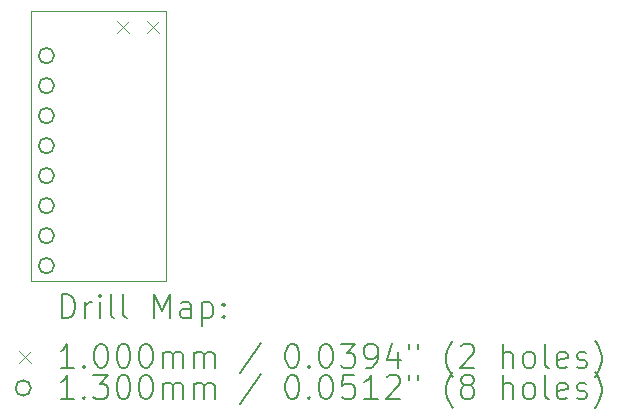
<source format=gbr>
%TF.GenerationSoftware,KiCad,Pcbnew,7.0.7-7.0.7~ubuntu22.04.1*%
%TF.CreationDate,2024-01-20T09:28:16-05:00*%
%TF.ProjectId,das_blinkenlights_v2,6461735f-626c-4696-9e6b-656e6c696768,rev?*%
%TF.SameCoordinates,Original*%
%TF.FileFunction,Drillmap*%
%TF.FilePolarity,Positive*%
%FSLAX45Y45*%
G04 Gerber Fmt 4.5, Leading zero omitted, Abs format (unit mm)*
G04 Created by KiCad (PCBNEW 7.0.7-7.0.7~ubuntu22.04.1) date 2024-01-20 09:28:16*
%MOMM*%
%LPD*%
G01*
G04 APERTURE LIST*
%ADD10C,0.100000*%
%ADD11C,0.200000*%
%ADD12C,0.130000*%
G04 APERTURE END LIST*
D10*
X12827000Y-9525000D02*
X13970000Y-9525000D01*
X12827000Y-11811000D02*
X12827000Y-9525000D01*
X13970000Y-11811000D02*
X12827000Y-11811000D01*
X13970000Y-9525000D02*
X13970000Y-11811000D01*
D11*
D10*
X13551700Y-9614700D02*
X13651700Y-9714700D01*
X13651700Y-9614700D02*
X13551700Y-9714700D01*
X13805700Y-9614700D02*
X13905700Y-9714700D01*
X13905700Y-9614700D02*
X13805700Y-9714700D01*
D12*
X13019000Y-9906000D02*
G75*
G03*
X13019000Y-9906000I-65000J0D01*
G01*
X13019000Y-10160000D02*
G75*
G03*
X13019000Y-10160000I-65000J0D01*
G01*
X13019000Y-10414000D02*
G75*
G03*
X13019000Y-10414000I-65000J0D01*
G01*
X13019000Y-10668000D02*
G75*
G03*
X13019000Y-10668000I-65000J0D01*
G01*
X13019000Y-10922000D02*
G75*
G03*
X13019000Y-10922000I-65000J0D01*
G01*
X13019000Y-11176000D02*
G75*
G03*
X13019000Y-11176000I-65000J0D01*
G01*
X13019000Y-11430000D02*
G75*
G03*
X13019000Y-11430000I-65000J0D01*
G01*
X13019000Y-11684000D02*
G75*
G03*
X13019000Y-11684000I-65000J0D01*
G01*
D11*
X13082777Y-12127484D02*
X13082777Y-11927484D01*
X13082777Y-11927484D02*
X13130396Y-11927484D01*
X13130396Y-11927484D02*
X13158967Y-11937008D01*
X13158967Y-11937008D02*
X13178015Y-11956055D01*
X13178015Y-11956055D02*
X13187539Y-11975103D01*
X13187539Y-11975103D02*
X13197062Y-12013198D01*
X13197062Y-12013198D02*
X13197062Y-12041769D01*
X13197062Y-12041769D02*
X13187539Y-12079865D01*
X13187539Y-12079865D02*
X13178015Y-12098912D01*
X13178015Y-12098912D02*
X13158967Y-12117960D01*
X13158967Y-12117960D02*
X13130396Y-12127484D01*
X13130396Y-12127484D02*
X13082777Y-12127484D01*
X13282777Y-12127484D02*
X13282777Y-11994150D01*
X13282777Y-12032246D02*
X13292301Y-12013198D01*
X13292301Y-12013198D02*
X13301824Y-12003674D01*
X13301824Y-12003674D02*
X13320872Y-11994150D01*
X13320872Y-11994150D02*
X13339920Y-11994150D01*
X13406586Y-12127484D02*
X13406586Y-11994150D01*
X13406586Y-11927484D02*
X13397062Y-11937008D01*
X13397062Y-11937008D02*
X13406586Y-11946531D01*
X13406586Y-11946531D02*
X13416110Y-11937008D01*
X13416110Y-11937008D02*
X13406586Y-11927484D01*
X13406586Y-11927484D02*
X13406586Y-11946531D01*
X13530396Y-12127484D02*
X13511348Y-12117960D01*
X13511348Y-12117960D02*
X13501824Y-12098912D01*
X13501824Y-12098912D02*
X13501824Y-11927484D01*
X13635158Y-12127484D02*
X13616110Y-12117960D01*
X13616110Y-12117960D02*
X13606586Y-12098912D01*
X13606586Y-12098912D02*
X13606586Y-11927484D01*
X13863729Y-12127484D02*
X13863729Y-11927484D01*
X13863729Y-11927484D02*
X13930396Y-12070341D01*
X13930396Y-12070341D02*
X13997062Y-11927484D01*
X13997062Y-11927484D02*
X13997062Y-12127484D01*
X14178015Y-12127484D02*
X14178015Y-12022722D01*
X14178015Y-12022722D02*
X14168491Y-12003674D01*
X14168491Y-12003674D02*
X14149443Y-11994150D01*
X14149443Y-11994150D02*
X14111348Y-11994150D01*
X14111348Y-11994150D02*
X14092301Y-12003674D01*
X14178015Y-12117960D02*
X14158967Y-12127484D01*
X14158967Y-12127484D02*
X14111348Y-12127484D01*
X14111348Y-12127484D02*
X14092301Y-12117960D01*
X14092301Y-12117960D02*
X14082777Y-12098912D01*
X14082777Y-12098912D02*
X14082777Y-12079865D01*
X14082777Y-12079865D02*
X14092301Y-12060817D01*
X14092301Y-12060817D02*
X14111348Y-12051293D01*
X14111348Y-12051293D02*
X14158967Y-12051293D01*
X14158967Y-12051293D02*
X14178015Y-12041769D01*
X14273253Y-11994150D02*
X14273253Y-12194150D01*
X14273253Y-12003674D02*
X14292301Y-11994150D01*
X14292301Y-11994150D02*
X14330396Y-11994150D01*
X14330396Y-11994150D02*
X14349443Y-12003674D01*
X14349443Y-12003674D02*
X14358967Y-12013198D01*
X14358967Y-12013198D02*
X14368491Y-12032246D01*
X14368491Y-12032246D02*
X14368491Y-12089388D01*
X14368491Y-12089388D02*
X14358967Y-12108436D01*
X14358967Y-12108436D02*
X14349443Y-12117960D01*
X14349443Y-12117960D02*
X14330396Y-12127484D01*
X14330396Y-12127484D02*
X14292301Y-12127484D01*
X14292301Y-12127484D02*
X14273253Y-12117960D01*
X14454205Y-12108436D02*
X14463729Y-12117960D01*
X14463729Y-12117960D02*
X14454205Y-12127484D01*
X14454205Y-12127484D02*
X14444682Y-12117960D01*
X14444682Y-12117960D02*
X14454205Y-12108436D01*
X14454205Y-12108436D02*
X14454205Y-12127484D01*
X14454205Y-12003674D02*
X14463729Y-12013198D01*
X14463729Y-12013198D02*
X14454205Y-12022722D01*
X14454205Y-12022722D02*
X14444682Y-12013198D01*
X14444682Y-12013198D02*
X14454205Y-12003674D01*
X14454205Y-12003674D02*
X14454205Y-12022722D01*
D10*
X12722000Y-12406000D02*
X12822000Y-12506000D01*
X12822000Y-12406000D02*
X12722000Y-12506000D01*
D11*
X13187539Y-12547484D02*
X13073253Y-12547484D01*
X13130396Y-12547484D02*
X13130396Y-12347484D01*
X13130396Y-12347484D02*
X13111348Y-12376055D01*
X13111348Y-12376055D02*
X13092301Y-12395103D01*
X13092301Y-12395103D02*
X13073253Y-12404627D01*
X13273253Y-12528436D02*
X13282777Y-12537960D01*
X13282777Y-12537960D02*
X13273253Y-12547484D01*
X13273253Y-12547484D02*
X13263729Y-12537960D01*
X13263729Y-12537960D02*
X13273253Y-12528436D01*
X13273253Y-12528436D02*
X13273253Y-12547484D01*
X13406586Y-12347484D02*
X13425634Y-12347484D01*
X13425634Y-12347484D02*
X13444682Y-12357008D01*
X13444682Y-12357008D02*
X13454205Y-12366531D01*
X13454205Y-12366531D02*
X13463729Y-12385579D01*
X13463729Y-12385579D02*
X13473253Y-12423674D01*
X13473253Y-12423674D02*
X13473253Y-12471293D01*
X13473253Y-12471293D02*
X13463729Y-12509388D01*
X13463729Y-12509388D02*
X13454205Y-12528436D01*
X13454205Y-12528436D02*
X13444682Y-12537960D01*
X13444682Y-12537960D02*
X13425634Y-12547484D01*
X13425634Y-12547484D02*
X13406586Y-12547484D01*
X13406586Y-12547484D02*
X13387539Y-12537960D01*
X13387539Y-12537960D02*
X13378015Y-12528436D01*
X13378015Y-12528436D02*
X13368491Y-12509388D01*
X13368491Y-12509388D02*
X13358967Y-12471293D01*
X13358967Y-12471293D02*
X13358967Y-12423674D01*
X13358967Y-12423674D02*
X13368491Y-12385579D01*
X13368491Y-12385579D02*
X13378015Y-12366531D01*
X13378015Y-12366531D02*
X13387539Y-12357008D01*
X13387539Y-12357008D02*
X13406586Y-12347484D01*
X13597062Y-12347484D02*
X13616110Y-12347484D01*
X13616110Y-12347484D02*
X13635158Y-12357008D01*
X13635158Y-12357008D02*
X13644682Y-12366531D01*
X13644682Y-12366531D02*
X13654205Y-12385579D01*
X13654205Y-12385579D02*
X13663729Y-12423674D01*
X13663729Y-12423674D02*
X13663729Y-12471293D01*
X13663729Y-12471293D02*
X13654205Y-12509388D01*
X13654205Y-12509388D02*
X13644682Y-12528436D01*
X13644682Y-12528436D02*
X13635158Y-12537960D01*
X13635158Y-12537960D02*
X13616110Y-12547484D01*
X13616110Y-12547484D02*
X13597062Y-12547484D01*
X13597062Y-12547484D02*
X13578015Y-12537960D01*
X13578015Y-12537960D02*
X13568491Y-12528436D01*
X13568491Y-12528436D02*
X13558967Y-12509388D01*
X13558967Y-12509388D02*
X13549443Y-12471293D01*
X13549443Y-12471293D02*
X13549443Y-12423674D01*
X13549443Y-12423674D02*
X13558967Y-12385579D01*
X13558967Y-12385579D02*
X13568491Y-12366531D01*
X13568491Y-12366531D02*
X13578015Y-12357008D01*
X13578015Y-12357008D02*
X13597062Y-12347484D01*
X13787539Y-12347484D02*
X13806586Y-12347484D01*
X13806586Y-12347484D02*
X13825634Y-12357008D01*
X13825634Y-12357008D02*
X13835158Y-12366531D01*
X13835158Y-12366531D02*
X13844682Y-12385579D01*
X13844682Y-12385579D02*
X13854205Y-12423674D01*
X13854205Y-12423674D02*
X13854205Y-12471293D01*
X13854205Y-12471293D02*
X13844682Y-12509388D01*
X13844682Y-12509388D02*
X13835158Y-12528436D01*
X13835158Y-12528436D02*
X13825634Y-12537960D01*
X13825634Y-12537960D02*
X13806586Y-12547484D01*
X13806586Y-12547484D02*
X13787539Y-12547484D01*
X13787539Y-12547484D02*
X13768491Y-12537960D01*
X13768491Y-12537960D02*
X13758967Y-12528436D01*
X13758967Y-12528436D02*
X13749443Y-12509388D01*
X13749443Y-12509388D02*
X13739920Y-12471293D01*
X13739920Y-12471293D02*
X13739920Y-12423674D01*
X13739920Y-12423674D02*
X13749443Y-12385579D01*
X13749443Y-12385579D02*
X13758967Y-12366531D01*
X13758967Y-12366531D02*
X13768491Y-12357008D01*
X13768491Y-12357008D02*
X13787539Y-12347484D01*
X13939920Y-12547484D02*
X13939920Y-12414150D01*
X13939920Y-12433198D02*
X13949443Y-12423674D01*
X13949443Y-12423674D02*
X13968491Y-12414150D01*
X13968491Y-12414150D02*
X13997063Y-12414150D01*
X13997063Y-12414150D02*
X14016110Y-12423674D01*
X14016110Y-12423674D02*
X14025634Y-12442722D01*
X14025634Y-12442722D02*
X14025634Y-12547484D01*
X14025634Y-12442722D02*
X14035158Y-12423674D01*
X14035158Y-12423674D02*
X14054205Y-12414150D01*
X14054205Y-12414150D02*
X14082777Y-12414150D01*
X14082777Y-12414150D02*
X14101824Y-12423674D01*
X14101824Y-12423674D02*
X14111348Y-12442722D01*
X14111348Y-12442722D02*
X14111348Y-12547484D01*
X14206586Y-12547484D02*
X14206586Y-12414150D01*
X14206586Y-12433198D02*
X14216110Y-12423674D01*
X14216110Y-12423674D02*
X14235158Y-12414150D01*
X14235158Y-12414150D02*
X14263729Y-12414150D01*
X14263729Y-12414150D02*
X14282777Y-12423674D01*
X14282777Y-12423674D02*
X14292301Y-12442722D01*
X14292301Y-12442722D02*
X14292301Y-12547484D01*
X14292301Y-12442722D02*
X14301824Y-12423674D01*
X14301824Y-12423674D02*
X14320872Y-12414150D01*
X14320872Y-12414150D02*
X14349443Y-12414150D01*
X14349443Y-12414150D02*
X14368491Y-12423674D01*
X14368491Y-12423674D02*
X14378015Y-12442722D01*
X14378015Y-12442722D02*
X14378015Y-12547484D01*
X14768491Y-12337960D02*
X14597063Y-12595103D01*
X15025634Y-12347484D02*
X15044682Y-12347484D01*
X15044682Y-12347484D02*
X15063729Y-12357008D01*
X15063729Y-12357008D02*
X15073253Y-12366531D01*
X15073253Y-12366531D02*
X15082777Y-12385579D01*
X15082777Y-12385579D02*
X15092301Y-12423674D01*
X15092301Y-12423674D02*
X15092301Y-12471293D01*
X15092301Y-12471293D02*
X15082777Y-12509388D01*
X15082777Y-12509388D02*
X15073253Y-12528436D01*
X15073253Y-12528436D02*
X15063729Y-12537960D01*
X15063729Y-12537960D02*
X15044682Y-12547484D01*
X15044682Y-12547484D02*
X15025634Y-12547484D01*
X15025634Y-12547484D02*
X15006586Y-12537960D01*
X15006586Y-12537960D02*
X14997063Y-12528436D01*
X14997063Y-12528436D02*
X14987539Y-12509388D01*
X14987539Y-12509388D02*
X14978015Y-12471293D01*
X14978015Y-12471293D02*
X14978015Y-12423674D01*
X14978015Y-12423674D02*
X14987539Y-12385579D01*
X14987539Y-12385579D02*
X14997063Y-12366531D01*
X14997063Y-12366531D02*
X15006586Y-12357008D01*
X15006586Y-12357008D02*
X15025634Y-12347484D01*
X15178015Y-12528436D02*
X15187539Y-12537960D01*
X15187539Y-12537960D02*
X15178015Y-12547484D01*
X15178015Y-12547484D02*
X15168491Y-12537960D01*
X15168491Y-12537960D02*
X15178015Y-12528436D01*
X15178015Y-12528436D02*
X15178015Y-12547484D01*
X15311348Y-12347484D02*
X15330396Y-12347484D01*
X15330396Y-12347484D02*
X15349444Y-12357008D01*
X15349444Y-12357008D02*
X15358967Y-12366531D01*
X15358967Y-12366531D02*
X15368491Y-12385579D01*
X15368491Y-12385579D02*
X15378015Y-12423674D01*
X15378015Y-12423674D02*
X15378015Y-12471293D01*
X15378015Y-12471293D02*
X15368491Y-12509388D01*
X15368491Y-12509388D02*
X15358967Y-12528436D01*
X15358967Y-12528436D02*
X15349444Y-12537960D01*
X15349444Y-12537960D02*
X15330396Y-12547484D01*
X15330396Y-12547484D02*
X15311348Y-12547484D01*
X15311348Y-12547484D02*
X15292301Y-12537960D01*
X15292301Y-12537960D02*
X15282777Y-12528436D01*
X15282777Y-12528436D02*
X15273253Y-12509388D01*
X15273253Y-12509388D02*
X15263729Y-12471293D01*
X15263729Y-12471293D02*
X15263729Y-12423674D01*
X15263729Y-12423674D02*
X15273253Y-12385579D01*
X15273253Y-12385579D02*
X15282777Y-12366531D01*
X15282777Y-12366531D02*
X15292301Y-12357008D01*
X15292301Y-12357008D02*
X15311348Y-12347484D01*
X15444682Y-12347484D02*
X15568491Y-12347484D01*
X15568491Y-12347484D02*
X15501825Y-12423674D01*
X15501825Y-12423674D02*
X15530396Y-12423674D01*
X15530396Y-12423674D02*
X15549444Y-12433198D01*
X15549444Y-12433198D02*
X15558967Y-12442722D01*
X15558967Y-12442722D02*
X15568491Y-12461769D01*
X15568491Y-12461769D02*
X15568491Y-12509388D01*
X15568491Y-12509388D02*
X15558967Y-12528436D01*
X15558967Y-12528436D02*
X15549444Y-12537960D01*
X15549444Y-12537960D02*
X15530396Y-12547484D01*
X15530396Y-12547484D02*
X15473253Y-12547484D01*
X15473253Y-12547484D02*
X15454206Y-12537960D01*
X15454206Y-12537960D02*
X15444682Y-12528436D01*
X15663729Y-12547484D02*
X15701825Y-12547484D01*
X15701825Y-12547484D02*
X15720872Y-12537960D01*
X15720872Y-12537960D02*
X15730396Y-12528436D01*
X15730396Y-12528436D02*
X15749444Y-12499865D01*
X15749444Y-12499865D02*
X15758967Y-12461769D01*
X15758967Y-12461769D02*
X15758967Y-12385579D01*
X15758967Y-12385579D02*
X15749444Y-12366531D01*
X15749444Y-12366531D02*
X15739920Y-12357008D01*
X15739920Y-12357008D02*
X15720872Y-12347484D01*
X15720872Y-12347484D02*
X15682777Y-12347484D01*
X15682777Y-12347484D02*
X15663729Y-12357008D01*
X15663729Y-12357008D02*
X15654206Y-12366531D01*
X15654206Y-12366531D02*
X15644682Y-12385579D01*
X15644682Y-12385579D02*
X15644682Y-12433198D01*
X15644682Y-12433198D02*
X15654206Y-12452246D01*
X15654206Y-12452246D02*
X15663729Y-12461769D01*
X15663729Y-12461769D02*
X15682777Y-12471293D01*
X15682777Y-12471293D02*
X15720872Y-12471293D01*
X15720872Y-12471293D02*
X15739920Y-12461769D01*
X15739920Y-12461769D02*
X15749444Y-12452246D01*
X15749444Y-12452246D02*
X15758967Y-12433198D01*
X15930396Y-12414150D02*
X15930396Y-12547484D01*
X15882777Y-12337960D02*
X15835158Y-12480817D01*
X15835158Y-12480817D02*
X15958967Y-12480817D01*
X16025634Y-12347484D02*
X16025634Y-12385579D01*
X16101825Y-12347484D02*
X16101825Y-12385579D01*
X16397063Y-12623674D02*
X16387539Y-12614150D01*
X16387539Y-12614150D02*
X16368491Y-12585579D01*
X16368491Y-12585579D02*
X16358968Y-12566531D01*
X16358968Y-12566531D02*
X16349444Y-12537960D01*
X16349444Y-12537960D02*
X16339920Y-12490341D01*
X16339920Y-12490341D02*
X16339920Y-12452246D01*
X16339920Y-12452246D02*
X16349444Y-12404627D01*
X16349444Y-12404627D02*
X16358968Y-12376055D01*
X16358968Y-12376055D02*
X16368491Y-12357008D01*
X16368491Y-12357008D02*
X16387539Y-12328436D01*
X16387539Y-12328436D02*
X16397063Y-12318912D01*
X16463729Y-12366531D02*
X16473253Y-12357008D01*
X16473253Y-12357008D02*
X16492301Y-12347484D01*
X16492301Y-12347484D02*
X16539920Y-12347484D01*
X16539920Y-12347484D02*
X16558968Y-12357008D01*
X16558968Y-12357008D02*
X16568491Y-12366531D01*
X16568491Y-12366531D02*
X16578015Y-12385579D01*
X16578015Y-12385579D02*
X16578015Y-12404627D01*
X16578015Y-12404627D02*
X16568491Y-12433198D01*
X16568491Y-12433198D02*
X16454206Y-12547484D01*
X16454206Y-12547484D02*
X16578015Y-12547484D01*
X16816111Y-12547484D02*
X16816111Y-12347484D01*
X16901825Y-12547484D02*
X16901825Y-12442722D01*
X16901825Y-12442722D02*
X16892301Y-12423674D01*
X16892301Y-12423674D02*
X16873253Y-12414150D01*
X16873253Y-12414150D02*
X16844682Y-12414150D01*
X16844682Y-12414150D02*
X16825634Y-12423674D01*
X16825634Y-12423674D02*
X16816111Y-12433198D01*
X17025634Y-12547484D02*
X17006587Y-12537960D01*
X17006587Y-12537960D02*
X16997063Y-12528436D01*
X16997063Y-12528436D02*
X16987539Y-12509388D01*
X16987539Y-12509388D02*
X16987539Y-12452246D01*
X16987539Y-12452246D02*
X16997063Y-12433198D01*
X16997063Y-12433198D02*
X17006587Y-12423674D01*
X17006587Y-12423674D02*
X17025634Y-12414150D01*
X17025634Y-12414150D02*
X17054206Y-12414150D01*
X17054206Y-12414150D02*
X17073253Y-12423674D01*
X17073253Y-12423674D02*
X17082777Y-12433198D01*
X17082777Y-12433198D02*
X17092301Y-12452246D01*
X17092301Y-12452246D02*
X17092301Y-12509388D01*
X17092301Y-12509388D02*
X17082777Y-12528436D01*
X17082777Y-12528436D02*
X17073253Y-12537960D01*
X17073253Y-12537960D02*
X17054206Y-12547484D01*
X17054206Y-12547484D02*
X17025634Y-12547484D01*
X17206587Y-12547484D02*
X17187539Y-12537960D01*
X17187539Y-12537960D02*
X17178015Y-12518912D01*
X17178015Y-12518912D02*
X17178015Y-12347484D01*
X17358968Y-12537960D02*
X17339920Y-12547484D01*
X17339920Y-12547484D02*
X17301825Y-12547484D01*
X17301825Y-12547484D02*
X17282777Y-12537960D01*
X17282777Y-12537960D02*
X17273253Y-12518912D01*
X17273253Y-12518912D02*
X17273253Y-12442722D01*
X17273253Y-12442722D02*
X17282777Y-12423674D01*
X17282777Y-12423674D02*
X17301825Y-12414150D01*
X17301825Y-12414150D02*
X17339920Y-12414150D01*
X17339920Y-12414150D02*
X17358968Y-12423674D01*
X17358968Y-12423674D02*
X17368492Y-12442722D01*
X17368492Y-12442722D02*
X17368492Y-12461769D01*
X17368492Y-12461769D02*
X17273253Y-12480817D01*
X17444682Y-12537960D02*
X17463730Y-12547484D01*
X17463730Y-12547484D02*
X17501825Y-12547484D01*
X17501825Y-12547484D02*
X17520873Y-12537960D01*
X17520873Y-12537960D02*
X17530396Y-12518912D01*
X17530396Y-12518912D02*
X17530396Y-12509388D01*
X17530396Y-12509388D02*
X17520873Y-12490341D01*
X17520873Y-12490341D02*
X17501825Y-12480817D01*
X17501825Y-12480817D02*
X17473253Y-12480817D01*
X17473253Y-12480817D02*
X17454206Y-12471293D01*
X17454206Y-12471293D02*
X17444682Y-12452246D01*
X17444682Y-12452246D02*
X17444682Y-12442722D01*
X17444682Y-12442722D02*
X17454206Y-12423674D01*
X17454206Y-12423674D02*
X17473253Y-12414150D01*
X17473253Y-12414150D02*
X17501825Y-12414150D01*
X17501825Y-12414150D02*
X17520873Y-12423674D01*
X17597063Y-12623674D02*
X17606587Y-12614150D01*
X17606587Y-12614150D02*
X17625634Y-12585579D01*
X17625634Y-12585579D02*
X17635158Y-12566531D01*
X17635158Y-12566531D02*
X17644682Y-12537960D01*
X17644682Y-12537960D02*
X17654206Y-12490341D01*
X17654206Y-12490341D02*
X17654206Y-12452246D01*
X17654206Y-12452246D02*
X17644682Y-12404627D01*
X17644682Y-12404627D02*
X17635158Y-12376055D01*
X17635158Y-12376055D02*
X17625634Y-12357008D01*
X17625634Y-12357008D02*
X17606587Y-12328436D01*
X17606587Y-12328436D02*
X17597063Y-12318912D01*
D12*
X12822000Y-12720000D02*
G75*
G03*
X12822000Y-12720000I-65000J0D01*
G01*
D11*
X13187539Y-12811484D02*
X13073253Y-12811484D01*
X13130396Y-12811484D02*
X13130396Y-12611484D01*
X13130396Y-12611484D02*
X13111348Y-12640055D01*
X13111348Y-12640055D02*
X13092301Y-12659103D01*
X13092301Y-12659103D02*
X13073253Y-12668627D01*
X13273253Y-12792436D02*
X13282777Y-12801960D01*
X13282777Y-12801960D02*
X13273253Y-12811484D01*
X13273253Y-12811484D02*
X13263729Y-12801960D01*
X13263729Y-12801960D02*
X13273253Y-12792436D01*
X13273253Y-12792436D02*
X13273253Y-12811484D01*
X13349443Y-12611484D02*
X13473253Y-12611484D01*
X13473253Y-12611484D02*
X13406586Y-12687674D01*
X13406586Y-12687674D02*
X13435158Y-12687674D01*
X13435158Y-12687674D02*
X13454205Y-12697198D01*
X13454205Y-12697198D02*
X13463729Y-12706722D01*
X13463729Y-12706722D02*
X13473253Y-12725769D01*
X13473253Y-12725769D02*
X13473253Y-12773388D01*
X13473253Y-12773388D02*
X13463729Y-12792436D01*
X13463729Y-12792436D02*
X13454205Y-12801960D01*
X13454205Y-12801960D02*
X13435158Y-12811484D01*
X13435158Y-12811484D02*
X13378015Y-12811484D01*
X13378015Y-12811484D02*
X13358967Y-12801960D01*
X13358967Y-12801960D02*
X13349443Y-12792436D01*
X13597062Y-12611484D02*
X13616110Y-12611484D01*
X13616110Y-12611484D02*
X13635158Y-12621008D01*
X13635158Y-12621008D02*
X13644682Y-12630531D01*
X13644682Y-12630531D02*
X13654205Y-12649579D01*
X13654205Y-12649579D02*
X13663729Y-12687674D01*
X13663729Y-12687674D02*
X13663729Y-12735293D01*
X13663729Y-12735293D02*
X13654205Y-12773388D01*
X13654205Y-12773388D02*
X13644682Y-12792436D01*
X13644682Y-12792436D02*
X13635158Y-12801960D01*
X13635158Y-12801960D02*
X13616110Y-12811484D01*
X13616110Y-12811484D02*
X13597062Y-12811484D01*
X13597062Y-12811484D02*
X13578015Y-12801960D01*
X13578015Y-12801960D02*
X13568491Y-12792436D01*
X13568491Y-12792436D02*
X13558967Y-12773388D01*
X13558967Y-12773388D02*
X13549443Y-12735293D01*
X13549443Y-12735293D02*
X13549443Y-12687674D01*
X13549443Y-12687674D02*
X13558967Y-12649579D01*
X13558967Y-12649579D02*
X13568491Y-12630531D01*
X13568491Y-12630531D02*
X13578015Y-12621008D01*
X13578015Y-12621008D02*
X13597062Y-12611484D01*
X13787539Y-12611484D02*
X13806586Y-12611484D01*
X13806586Y-12611484D02*
X13825634Y-12621008D01*
X13825634Y-12621008D02*
X13835158Y-12630531D01*
X13835158Y-12630531D02*
X13844682Y-12649579D01*
X13844682Y-12649579D02*
X13854205Y-12687674D01*
X13854205Y-12687674D02*
X13854205Y-12735293D01*
X13854205Y-12735293D02*
X13844682Y-12773388D01*
X13844682Y-12773388D02*
X13835158Y-12792436D01*
X13835158Y-12792436D02*
X13825634Y-12801960D01*
X13825634Y-12801960D02*
X13806586Y-12811484D01*
X13806586Y-12811484D02*
X13787539Y-12811484D01*
X13787539Y-12811484D02*
X13768491Y-12801960D01*
X13768491Y-12801960D02*
X13758967Y-12792436D01*
X13758967Y-12792436D02*
X13749443Y-12773388D01*
X13749443Y-12773388D02*
X13739920Y-12735293D01*
X13739920Y-12735293D02*
X13739920Y-12687674D01*
X13739920Y-12687674D02*
X13749443Y-12649579D01*
X13749443Y-12649579D02*
X13758967Y-12630531D01*
X13758967Y-12630531D02*
X13768491Y-12621008D01*
X13768491Y-12621008D02*
X13787539Y-12611484D01*
X13939920Y-12811484D02*
X13939920Y-12678150D01*
X13939920Y-12697198D02*
X13949443Y-12687674D01*
X13949443Y-12687674D02*
X13968491Y-12678150D01*
X13968491Y-12678150D02*
X13997063Y-12678150D01*
X13997063Y-12678150D02*
X14016110Y-12687674D01*
X14016110Y-12687674D02*
X14025634Y-12706722D01*
X14025634Y-12706722D02*
X14025634Y-12811484D01*
X14025634Y-12706722D02*
X14035158Y-12687674D01*
X14035158Y-12687674D02*
X14054205Y-12678150D01*
X14054205Y-12678150D02*
X14082777Y-12678150D01*
X14082777Y-12678150D02*
X14101824Y-12687674D01*
X14101824Y-12687674D02*
X14111348Y-12706722D01*
X14111348Y-12706722D02*
X14111348Y-12811484D01*
X14206586Y-12811484D02*
X14206586Y-12678150D01*
X14206586Y-12697198D02*
X14216110Y-12687674D01*
X14216110Y-12687674D02*
X14235158Y-12678150D01*
X14235158Y-12678150D02*
X14263729Y-12678150D01*
X14263729Y-12678150D02*
X14282777Y-12687674D01*
X14282777Y-12687674D02*
X14292301Y-12706722D01*
X14292301Y-12706722D02*
X14292301Y-12811484D01*
X14292301Y-12706722D02*
X14301824Y-12687674D01*
X14301824Y-12687674D02*
X14320872Y-12678150D01*
X14320872Y-12678150D02*
X14349443Y-12678150D01*
X14349443Y-12678150D02*
X14368491Y-12687674D01*
X14368491Y-12687674D02*
X14378015Y-12706722D01*
X14378015Y-12706722D02*
X14378015Y-12811484D01*
X14768491Y-12601960D02*
X14597063Y-12859103D01*
X15025634Y-12611484D02*
X15044682Y-12611484D01*
X15044682Y-12611484D02*
X15063729Y-12621008D01*
X15063729Y-12621008D02*
X15073253Y-12630531D01*
X15073253Y-12630531D02*
X15082777Y-12649579D01*
X15082777Y-12649579D02*
X15092301Y-12687674D01*
X15092301Y-12687674D02*
X15092301Y-12735293D01*
X15092301Y-12735293D02*
X15082777Y-12773388D01*
X15082777Y-12773388D02*
X15073253Y-12792436D01*
X15073253Y-12792436D02*
X15063729Y-12801960D01*
X15063729Y-12801960D02*
X15044682Y-12811484D01*
X15044682Y-12811484D02*
X15025634Y-12811484D01*
X15025634Y-12811484D02*
X15006586Y-12801960D01*
X15006586Y-12801960D02*
X14997063Y-12792436D01*
X14997063Y-12792436D02*
X14987539Y-12773388D01*
X14987539Y-12773388D02*
X14978015Y-12735293D01*
X14978015Y-12735293D02*
X14978015Y-12687674D01*
X14978015Y-12687674D02*
X14987539Y-12649579D01*
X14987539Y-12649579D02*
X14997063Y-12630531D01*
X14997063Y-12630531D02*
X15006586Y-12621008D01*
X15006586Y-12621008D02*
X15025634Y-12611484D01*
X15178015Y-12792436D02*
X15187539Y-12801960D01*
X15187539Y-12801960D02*
X15178015Y-12811484D01*
X15178015Y-12811484D02*
X15168491Y-12801960D01*
X15168491Y-12801960D02*
X15178015Y-12792436D01*
X15178015Y-12792436D02*
X15178015Y-12811484D01*
X15311348Y-12611484D02*
X15330396Y-12611484D01*
X15330396Y-12611484D02*
X15349444Y-12621008D01*
X15349444Y-12621008D02*
X15358967Y-12630531D01*
X15358967Y-12630531D02*
X15368491Y-12649579D01*
X15368491Y-12649579D02*
X15378015Y-12687674D01*
X15378015Y-12687674D02*
X15378015Y-12735293D01*
X15378015Y-12735293D02*
X15368491Y-12773388D01*
X15368491Y-12773388D02*
X15358967Y-12792436D01*
X15358967Y-12792436D02*
X15349444Y-12801960D01*
X15349444Y-12801960D02*
X15330396Y-12811484D01*
X15330396Y-12811484D02*
X15311348Y-12811484D01*
X15311348Y-12811484D02*
X15292301Y-12801960D01*
X15292301Y-12801960D02*
X15282777Y-12792436D01*
X15282777Y-12792436D02*
X15273253Y-12773388D01*
X15273253Y-12773388D02*
X15263729Y-12735293D01*
X15263729Y-12735293D02*
X15263729Y-12687674D01*
X15263729Y-12687674D02*
X15273253Y-12649579D01*
X15273253Y-12649579D02*
X15282777Y-12630531D01*
X15282777Y-12630531D02*
X15292301Y-12621008D01*
X15292301Y-12621008D02*
X15311348Y-12611484D01*
X15558967Y-12611484D02*
X15463729Y-12611484D01*
X15463729Y-12611484D02*
X15454206Y-12706722D01*
X15454206Y-12706722D02*
X15463729Y-12697198D01*
X15463729Y-12697198D02*
X15482777Y-12687674D01*
X15482777Y-12687674D02*
X15530396Y-12687674D01*
X15530396Y-12687674D02*
X15549444Y-12697198D01*
X15549444Y-12697198D02*
X15558967Y-12706722D01*
X15558967Y-12706722D02*
X15568491Y-12725769D01*
X15568491Y-12725769D02*
X15568491Y-12773388D01*
X15568491Y-12773388D02*
X15558967Y-12792436D01*
X15558967Y-12792436D02*
X15549444Y-12801960D01*
X15549444Y-12801960D02*
X15530396Y-12811484D01*
X15530396Y-12811484D02*
X15482777Y-12811484D01*
X15482777Y-12811484D02*
X15463729Y-12801960D01*
X15463729Y-12801960D02*
X15454206Y-12792436D01*
X15758967Y-12811484D02*
X15644682Y-12811484D01*
X15701825Y-12811484D02*
X15701825Y-12611484D01*
X15701825Y-12611484D02*
X15682777Y-12640055D01*
X15682777Y-12640055D02*
X15663729Y-12659103D01*
X15663729Y-12659103D02*
X15644682Y-12668627D01*
X15835158Y-12630531D02*
X15844682Y-12621008D01*
X15844682Y-12621008D02*
X15863729Y-12611484D01*
X15863729Y-12611484D02*
X15911348Y-12611484D01*
X15911348Y-12611484D02*
X15930396Y-12621008D01*
X15930396Y-12621008D02*
X15939920Y-12630531D01*
X15939920Y-12630531D02*
X15949444Y-12649579D01*
X15949444Y-12649579D02*
X15949444Y-12668627D01*
X15949444Y-12668627D02*
X15939920Y-12697198D01*
X15939920Y-12697198D02*
X15825634Y-12811484D01*
X15825634Y-12811484D02*
X15949444Y-12811484D01*
X16025634Y-12611484D02*
X16025634Y-12649579D01*
X16101825Y-12611484D02*
X16101825Y-12649579D01*
X16397063Y-12887674D02*
X16387539Y-12878150D01*
X16387539Y-12878150D02*
X16368491Y-12849579D01*
X16368491Y-12849579D02*
X16358968Y-12830531D01*
X16358968Y-12830531D02*
X16349444Y-12801960D01*
X16349444Y-12801960D02*
X16339920Y-12754341D01*
X16339920Y-12754341D02*
X16339920Y-12716246D01*
X16339920Y-12716246D02*
X16349444Y-12668627D01*
X16349444Y-12668627D02*
X16358968Y-12640055D01*
X16358968Y-12640055D02*
X16368491Y-12621008D01*
X16368491Y-12621008D02*
X16387539Y-12592436D01*
X16387539Y-12592436D02*
X16397063Y-12582912D01*
X16501825Y-12697198D02*
X16482777Y-12687674D01*
X16482777Y-12687674D02*
X16473253Y-12678150D01*
X16473253Y-12678150D02*
X16463729Y-12659103D01*
X16463729Y-12659103D02*
X16463729Y-12649579D01*
X16463729Y-12649579D02*
X16473253Y-12630531D01*
X16473253Y-12630531D02*
X16482777Y-12621008D01*
X16482777Y-12621008D02*
X16501825Y-12611484D01*
X16501825Y-12611484D02*
X16539920Y-12611484D01*
X16539920Y-12611484D02*
X16558968Y-12621008D01*
X16558968Y-12621008D02*
X16568491Y-12630531D01*
X16568491Y-12630531D02*
X16578015Y-12649579D01*
X16578015Y-12649579D02*
X16578015Y-12659103D01*
X16578015Y-12659103D02*
X16568491Y-12678150D01*
X16568491Y-12678150D02*
X16558968Y-12687674D01*
X16558968Y-12687674D02*
X16539920Y-12697198D01*
X16539920Y-12697198D02*
X16501825Y-12697198D01*
X16501825Y-12697198D02*
X16482777Y-12706722D01*
X16482777Y-12706722D02*
X16473253Y-12716246D01*
X16473253Y-12716246D02*
X16463729Y-12735293D01*
X16463729Y-12735293D02*
X16463729Y-12773388D01*
X16463729Y-12773388D02*
X16473253Y-12792436D01*
X16473253Y-12792436D02*
X16482777Y-12801960D01*
X16482777Y-12801960D02*
X16501825Y-12811484D01*
X16501825Y-12811484D02*
X16539920Y-12811484D01*
X16539920Y-12811484D02*
X16558968Y-12801960D01*
X16558968Y-12801960D02*
X16568491Y-12792436D01*
X16568491Y-12792436D02*
X16578015Y-12773388D01*
X16578015Y-12773388D02*
X16578015Y-12735293D01*
X16578015Y-12735293D02*
X16568491Y-12716246D01*
X16568491Y-12716246D02*
X16558968Y-12706722D01*
X16558968Y-12706722D02*
X16539920Y-12697198D01*
X16816111Y-12811484D02*
X16816111Y-12611484D01*
X16901825Y-12811484D02*
X16901825Y-12706722D01*
X16901825Y-12706722D02*
X16892301Y-12687674D01*
X16892301Y-12687674D02*
X16873253Y-12678150D01*
X16873253Y-12678150D02*
X16844682Y-12678150D01*
X16844682Y-12678150D02*
X16825634Y-12687674D01*
X16825634Y-12687674D02*
X16816111Y-12697198D01*
X17025634Y-12811484D02*
X17006587Y-12801960D01*
X17006587Y-12801960D02*
X16997063Y-12792436D01*
X16997063Y-12792436D02*
X16987539Y-12773388D01*
X16987539Y-12773388D02*
X16987539Y-12716246D01*
X16987539Y-12716246D02*
X16997063Y-12697198D01*
X16997063Y-12697198D02*
X17006587Y-12687674D01*
X17006587Y-12687674D02*
X17025634Y-12678150D01*
X17025634Y-12678150D02*
X17054206Y-12678150D01*
X17054206Y-12678150D02*
X17073253Y-12687674D01*
X17073253Y-12687674D02*
X17082777Y-12697198D01*
X17082777Y-12697198D02*
X17092301Y-12716246D01*
X17092301Y-12716246D02*
X17092301Y-12773388D01*
X17092301Y-12773388D02*
X17082777Y-12792436D01*
X17082777Y-12792436D02*
X17073253Y-12801960D01*
X17073253Y-12801960D02*
X17054206Y-12811484D01*
X17054206Y-12811484D02*
X17025634Y-12811484D01*
X17206587Y-12811484D02*
X17187539Y-12801960D01*
X17187539Y-12801960D02*
X17178015Y-12782912D01*
X17178015Y-12782912D02*
X17178015Y-12611484D01*
X17358968Y-12801960D02*
X17339920Y-12811484D01*
X17339920Y-12811484D02*
X17301825Y-12811484D01*
X17301825Y-12811484D02*
X17282777Y-12801960D01*
X17282777Y-12801960D02*
X17273253Y-12782912D01*
X17273253Y-12782912D02*
X17273253Y-12706722D01*
X17273253Y-12706722D02*
X17282777Y-12687674D01*
X17282777Y-12687674D02*
X17301825Y-12678150D01*
X17301825Y-12678150D02*
X17339920Y-12678150D01*
X17339920Y-12678150D02*
X17358968Y-12687674D01*
X17358968Y-12687674D02*
X17368492Y-12706722D01*
X17368492Y-12706722D02*
X17368492Y-12725769D01*
X17368492Y-12725769D02*
X17273253Y-12744817D01*
X17444682Y-12801960D02*
X17463730Y-12811484D01*
X17463730Y-12811484D02*
X17501825Y-12811484D01*
X17501825Y-12811484D02*
X17520873Y-12801960D01*
X17520873Y-12801960D02*
X17530396Y-12782912D01*
X17530396Y-12782912D02*
X17530396Y-12773388D01*
X17530396Y-12773388D02*
X17520873Y-12754341D01*
X17520873Y-12754341D02*
X17501825Y-12744817D01*
X17501825Y-12744817D02*
X17473253Y-12744817D01*
X17473253Y-12744817D02*
X17454206Y-12735293D01*
X17454206Y-12735293D02*
X17444682Y-12716246D01*
X17444682Y-12716246D02*
X17444682Y-12706722D01*
X17444682Y-12706722D02*
X17454206Y-12687674D01*
X17454206Y-12687674D02*
X17473253Y-12678150D01*
X17473253Y-12678150D02*
X17501825Y-12678150D01*
X17501825Y-12678150D02*
X17520873Y-12687674D01*
X17597063Y-12887674D02*
X17606587Y-12878150D01*
X17606587Y-12878150D02*
X17625634Y-12849579D01*
X17625634Y-12849579D02*
X17635158Y-12830531D01*
X17635158Y-12830531D02*
X17644682Y-12801960D01*
X17644682Y-12801960D02*
X17654206Y-12754341D01*
X17654206Y-12754341D02*
X17654206Y-12716246D01*
X17654206Y-12716246D02*
X17644682Y-12668627D01*
X17644682Y-12668627D02*
X17635158Y-12640055D01*
X17635158Y-12640055D02*
X17625634Y-12621008D01*
X17625634Y-12621008D02*
X17606587Y-12592436D01*
X17606587Y-12592436D02*
X17597063Y-12582912D01*
M02*

</source>
